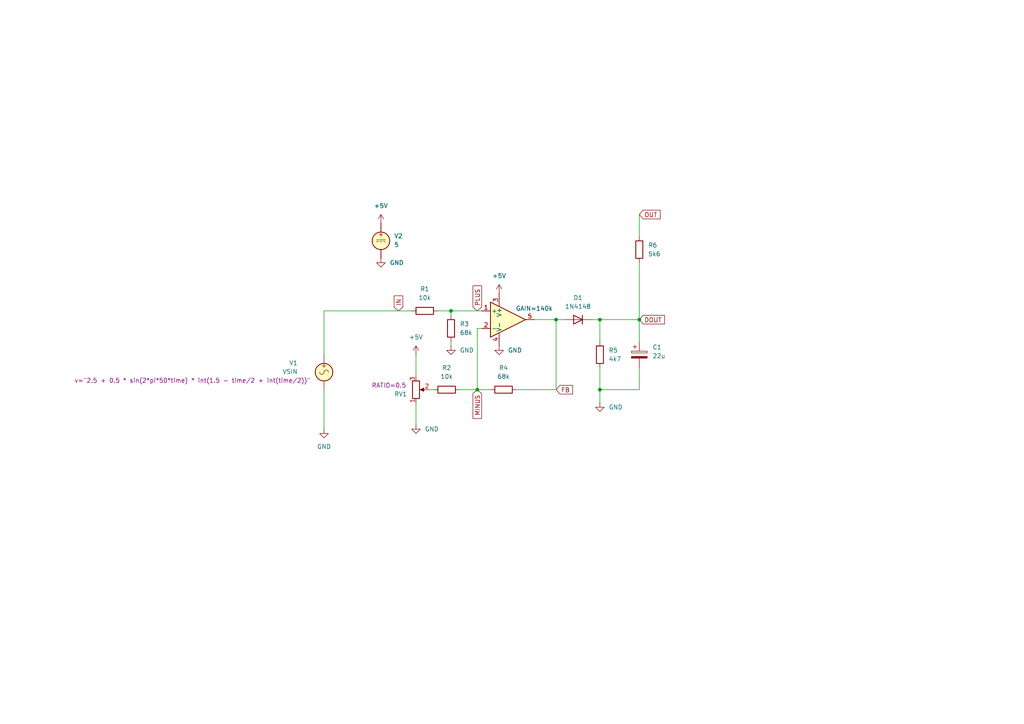
<source format=kicad_sch>
(kicad_sch (version 20250114) (generator "eeschema") (generator_version "9.0")
  (paper "A4")
  (lib_symbols
    (symbol "Device:C_Polarized" (pin_numbers (hide yes)) (pin_names (offset 0.254))
      (property "Reference" "C" (at 0.635 2.54 0))
      (property "Value" "C_Polarized" (at 0.635 -2.54 0))
      (symbol "C_Polarized_0_1"
        (rectangle (start -2.286 0.508) (end 2.286 1.016))
        (polyline (pts (xy -1.778 2.286) (xy -0.762 2.286)))
        (polyline (pts (xy -1.27 2.794) (xy -1.27 1.778)))
        (rectangle (start 2.286 -0.508) (end -2.286 -1.016) (fill (type outline)))
      )
      (symbol "C_Polarized_1_1"
        (pin passive line (at 0 3.81 270) (length 2.794) (name "~") (number "1"))
        (pin passive line (at 0 -3.81 90) (length 2.794) (name "~") (number "2"))
      )
    )
    (symbol "Device:D" (pin_numbers (hide yes)) (pin_names (offset 1.016) (hide yes))
      (property "Reference" "D" (at 0 2.54 0))
      (property "Value" "D" (at 0 -2.54 0))
      (symbol "D_0_1"
        (polyline (pts (xy -1.27 1.27) (xy -1.27 -1.27)) (stroke (width 0.254)))
        (polyline (pts (xy 1.27 1.27) (xy 1.27 -1.27) (xy -1.27 0) (xy 1.27 1.27)) (stroke (width 0.254)))
        (polyline (pts (xy 1.27 0) (xy -1.27 0)))
      )
      (symbol "D_1_1"
        (pin passive line (at -3.81 0 0) (length 2.54) (name "K") (number "1"))
        (pin passive line (at 3.81 0 180) (length 2.54) (name "A") (number "2"))
      )
    )
    (symbol "Device:R" (pin_numbers (hide yes)) (pin_names (offset 0))
      (property "Reference" "R" (at 2.032 0 90))
      (property "Value" "R" (at 0 0 90))
      (symbol "R_0_1"
        (rectangle (start -1.016 -2.54) (end 1.016 2.54) (stroke (width 0.254)))
      )
      (symbol "R_1_1"
        (pin passive line (at 0 3.81 270) (length 1.27) (name "~") (number "1"))
        (pin passive line (at 0 -3.81 90) (length 1.27) (name "~") (number "2"))
      )
    )
    (symbol "Device:R_Potentiometer" (pin_names (offset 1.016) (hide yes))
      (property "Reference" "RV" (at -4.445 0 90))
      (property "Value" "R_Potentiometer" (at -2.54 0 90))
      (symbol "R_Potentiometer_0_1"
        (rectangle (start 1.016 2.54) (end -1.016 -2.54) (stroke (width 0.254)))
        (polyline (pts (xy 1.143 0) (xy 2.286 0.508) (xy 2.286 -0.508) (xy 1.143 0)) (fill (type outline)))
        (polyline (pts (xy 2.54 0) (xy 1.524 0)))
      )
      (symbol "R_Potentiometer_1_1"
        (pin passive line (at 0 3.81 270) (length 1.27) (name "1") (number "1"))
        (pin passive line (at 0 -3.81 90) (length 1.27) (name "3") (number "3"))
        (pin passive line (at 3.81 0 180) (length 1.27) (name "2") (number "2"))
      )
    )
    (symbol "Simulation_SPICE:OPAMP" (pin_names (offset 0.254))
      (property "Reference" "U" (at 3.81 3.175 0))
      (property "Value" "${SIM.PARAMS}" (at 3.81 -3.175 0))
      (symbol "OPAMP_0_1"
        (polyline (pts (xy 5.08 0) (xy -5.08 5.08) (xy -5.08 -5.08) (xy 5.08 0)) (stroke (width 0.254)) (fill (type background)))
      )
      (symbol "OPAMP_1_1"
        (pin input line (at -7.62 2.54 0) (length 2.54) (name "+") (number "1"))
        (pin input line (at -7.62 -2.54 0) (length 2.54) (name "-") (number "2"))
        (pin power_in line (at -2.54 7.62 270) (length 3.81) (name "V+") (number "3"))
        (pin power_in line (at -2.54 -7.62 90) (length 3.81) (name "V-") (number "4"))
        (pin output line (at 7.62 0 180) (length 2.54) (name "~") (number "5"))
      )
    )
    (symbol "Simulation_SPICE:VDC" (pin_numbers (hide yes)) (pin_names (offset 0.0254))
      (property "Reference" "V" (at 2.54 2.54 0))
      (property "Value" "1" (at 2.54 0 0))
      (symbol "VDC_0_0"
        (polyline (pts (xy -1.27 0.254) (xy 1.27 0.254)))
        (polyline (pts (xy -0.762 -0.254) (xy -1.27 -0.254)))
        (polyline (pts (xy 0.254 -0.254) (xy -0.254 -0.254)))
        (polyline (pts (xy 1.27 -0.254) (xy 0.762 -0.254)))
        (text "+" (at 0 1.905 0) (effects (font (size 1.27 1.27))))
      )
      (symbol "VDC_0_1"
        (circle (center 0 0) (radius 2.54) (stroke (width 0.254)) (fill (type background)))
      )
      (symbol "VDC_1_1"
        (pin passive line (at 0 5.08 270) (length 2.54) (name "~") (number "1"))
        (pin passive line (at 0 -5.08 90) (length 2.54) (name "~") (number "2"))
      )
    )
    (symbol "Simulation_SPICE:VSIN" (pin_numbers (hide yes)) (pin_names (offset 0.0254))
      (property "Reference" "V" (at 2.54 2.54 0))
      (property "Value" "VSIN" (at 2.54 0 0))
      (property "Sim.Params" "dc=0 ampl=1 f=1k ac=1" (at 2.54 -2.54 0))
      (symbol "VSIN_0_0"
        (arc (start -1.27 0) (mid -0.635 0.6323) (end 0 0))
        (arc (start 1.27 0) (mid 0.635 -0.6323) (end 0 0))
        (text "+" (at 0 1.905 0) (effects (font (size 1.27 1.27))))
      )
      (symbol "VSIN_0_1"
        (circle (center 0 0) (radius 2.54) (stroke (width 0.254)) (fill (type background)))
      )
      (symbol "VSIN_1_1"
        (pin passive line (at 0 5.08 270) (length 2.54) (name "~") (number "1"))
        (pin passive line (at 0 -5.08 90) (length 2.54) (name "~") (number "2"))
      )
    )
    (symbol "power:+5V" (power) (pin_numbers (hide yes)) (pin_names (offset 0) (hide yes))
      (property "Value" "+5V" (at 0 3.556 0))
      (symbol "+5V_0_1"
        (polyline (pts (xy -0.762 1.27) (xy 0 2.54)))
        (polyline (pts (xy 0 2.54) (xy 0.762 1.27)))
        (polyline (pts (xy 0 0) (xy 0 2.54)))
      )
      (symbol "+5V_1_1"
        (pin power_in line (at 0 0 90) (length 0) (name "~") (number "1"))
      )
    )
    (symbol "power:GND" (power) (pin_numbers (hide yes)) (pin_names (offset 0) (hide yes))
      (property "Value" "GND" (at 0 -3.81 0))
      (symbol "GND_0_1"
        (polyline (pts (xy 0 0) (xy 0 -1.27) (xy 1.27 -1.27) (xy 0 -2.54) (xy -1.27 -1.27) (xy 0 -1.27)))
      )
      (symbol "GND_1_1"
        (pin power_in line (at 0 0 270) (length 0) (name "~") (number "1"))
      )
    )
  )
  (junction (at 173.99 92.71))
  (junction (at 130.81 90.17))
  (junction (at 173.99 113.03))
  (junction (at 185.42 92.71))
  (junction (at 138.43 113.03))
  (junction (at 161.29 92.71))
  (wire (pts (xy 173.99 116.84) (xy 173.99 113.03)))
  (wire (pts (xy 173.99 113.03) (xy 185.42 113.03)))
  (wire (pts (xy 120.65 102.87) (xy 120.65 109.22)))
  (wire (pts (xy 138.43 95.25) (xy 138.43 113.03)))
  (wire (pts (xy 120.65 116.84) (xy 120.65 123.19)))
  (wire (pts (xy 130.81 99.06) (xy 130.81 100.33)))
  (wire (pts (xy 149.86 113.03) (xy 161.29 113.03)))
  (wire (pts (xy 185.42 92.71) (xy 185.42 99.06)))
  (wire (pts (xy 138.43 113.03) (xy 142.24 113.03)))
  (wire (pts (xy 185.42 92.71) (xy 173.99 92.71)))
  (wire (pts (xy 138.43 95.25) (xy 139.7 95.25)))
  (wire (pts (xy 93.98 102.87) (xy 93.98 90.17)))
  (wire (pts (xy 130.81 90.17) (xy 130.81 91.44)))
  (wire (pts (xy 133.35 113.03) (xy 138.43 113.03)))
  (wire (pts (xy 173.99 106.68) (xy 173.99 113.03)))
  (wire (pts (xy 173.99 92.71) (xy 171.45 92.71)))
  (wire (pts (xy 130.81 90.17) (xy 139.7 90.17)))
  (wire (pts (xy 127 90.17) (xy 130.81 90.17)))
  (wire (pts (xy 124.46 113.03) (xy 125.73 113.03)))
  (wire (pts (xy 185.42 76.2) (xy 185.42 92.71)))
  (wire (pts (xy 185.42 68.58) (xy 185.42 62.23)))
  (wire (pts (xy 93.98 90.17) (xy 119.38 90.17)))
  (wire (pts (xy 173.99 92.71) (xy 173.99 99.06)))
  (wire (pts (xy 154.94 92.71) (xy 161.29 92.71)))
  (wire (pts (xy 161.29 92.71) (xy 163.83 92.71)))
  (wire (pts (xy 161.29 92.71) (xy 161.29 113.03)))
  (wire (pts (xy 185.42 113.03) (xy 185.42 106.68)))
  (wire (pts (xy 93.98 113.03) (xy 93.98 124.46)))
  (global_label "DOUT" (shape input) (at 185.42 92.71 0) (property "Intersheetrefs" "${INTERSHEET_REFS}" (effects (hide yes))))
  (global_label "MINUS" (shape input) (at 138.43 113.03 270) (property "Intersheetrefs" "${INTERSHEET_REFS}" (effects (hide yes))))
  (global_label "PLUS" (shape input) (at 138.43 90.17 90) (property "Intersheetrefs" "${INTERSHEET_REFS}" (effects (hide yes))))
  (global_label "OUT" (shape input) (at 185.42 62.23 0) (property "Intersheetrefs" "${INTERSHEET_REFS}" (effects (hide yes))))
  (global_label "IN" (shape input) (at 115.57 90.17 90) (property "Intersheetrefs" "${INTERSHEET_REFS}" (effects (hide yes))))
  (global_label "FB" (shape input) (at 161.29 113.03 0) (property "Intersheetrefs" "${INTERSHEET_REFS}" (effects (hide yes))))
  (symbol (lib_id "Simulation_SPICE:OPAMP") (at 147.32 92.71 0) (unit 1)
    (property "Reference" "U1" (effects (hide yes)))
    (property "Value" "${SIM.PARAMS}" (at 154.94 89.4649 0))
    (property "Datasheet" "https://ngspice.sourceforge.io/docs/ngspice-html-manual/manual.xhtml#sec__SUBCKT_Subcircuits" (effects (hide yes)))
    (property "Description" "Operational amplifier, single" (effects (hide yes)))
    (property "Sim.Pins" "1=in+ 2=in- 3=vcc 4=vee 5=out" (effects (hide yes)))
    (property "Sim.Device" "SUBCKT" (effects (hide yes)))
    (property "Sim.Library" "${KICAD9_SYMBOL_DIR}/Simulation_SPICE.sp" (effects (hide yes)))
    (property "Sim.Name" "kicad_builtin_opamp" (effects (hide yes)))
    (property "Sim.Params" "GAIN=140k" (effects (hide yes)))
  )
  (symbol (lib_id "power:+5V") (at 120.65 102.87 0) (unit 1)
    (property "Reference" "#PWR04" (effects (hide yes)))
    (property "Value" "+5V" (at 120.65 97.79 0))
    (property "Description" "Power symbol creates a global label with name \"+5V\"" (effects (hide yes)))
  )
  (symbol (lib_id "Device:R") (at 123.19 90.17 90) (unit 1)
    (property "Reference" "R1" (at 123.19 83.82 90))
    (property "Value" "10k" (at 123.19 86.36 90))
    (property "Footprint" "Resistor_THT:R_Axial_DIN0207_L6.3mm_D2.5mm_P7.62mm_Horizontal" (effects (hide yes)))
    (property "Description" "Resistor" (effects (hide yes)))
    (property "Sim.Device" "R" (effects (hide yes)))
    (property "Sim.Pins" "1=- 2=+" (effects (hide yes)))
  )
  (symbol (lib_id "Device:R") (at 173.99 102.87 0) (unit 1)
    (property "Reference" "R5" (at 176.53 101.5999 0) (effects (justify left)))
    (property "Value" "4k7" (at 176.53 104.1399 0) (effects (justify left)))
    (property "Footprint" "Resistor_THT:R_Axial_DIN0207_L6.3mm_D2.5mm_P7.62mm_Horizontal" (effects (hide yes)))
    (property "Description" "Resistor" (effects (hide yes)))
  )
  (symbol (lib_id "power:GND") (at 173.99 116.84 0) (unit 1)
    (property "Reference" "#PWR09" (effects (hide yes)))
    (property "Value" "GND" (at 176.53 118.1099 0) (effects (justify left)))
    (property "Description" "Power symbol creates a global label with name \"GND\" , ground" (effects (hide yes)))
  )
  (symbol (lib_id "Device:R") (at 129.54 113.03 270) (mirror x) (unit 1)
    (property "Reference" "R2" (at 129.54 106.68 90))
    (property "Value" "10k" (at 129.54 109.22 90))
    (property "Footprint" "Resistor_THT:R_Axial_DIN0207_L6.3mm_D2.5mm_P7.62mm_Horizontal" (effects (hide yes)))
    (property "Description" "Resistor" (effects (hide yes)))
    (property "Sim.Device" "R" (effects (hide yes)))
    (property "Sim.Pins" "1=- 2=+" (effects (hide yes)))
  )
  (symbol (lib_id "power:+5V") (at 110.49 64.77 0) (unit 1)
    (property "Reference" "#PWR02" (effects (hide yes)))
    (property "Value" "+5V" (at 110.49 59.69 0))
    (property "Description" "Power symbol creates a global label with name \"+5V\"" (effects (hide yes)))
  )
  (symbol (lib_id "Device:R") (at 130.81 95.25 0) (unit 1)
    (property "Reference" "R3" (at 133.35 93.9799 0) (effects (justify left)))
    (property "Value" "68k" (at 133.35 96.5199 0) (effects (justify left)))
    (property "Footprint" "Resistor_THT:R_Axial_DIN0207_L6.3mm_D2.5mm_P7.62mm_Horizontal" (effects (hide yes)))
    (property "Description" "Resistor" (effects (hide yes)))
    (property "Sim.Device" "R" (effects (hide yes)))
    (property "Sim.Pins" "1=- 2=+" (effects (hide yes)))
  )
  (symbol (lib_id "Simulation_SPICE:VDC") (at 110.49 69.85 0) (unit 1)
    (property "Reference" "V2" (at 114.3 68.4501 0) (effects (justify left)))
    (property "Value" "5" (at 114.3 70.9901 0) (effects (justify left)))
    (property "Datasheet" "https://ngspice.sourceforge.io/docs/ngspice-html-manual/manual.xhtml#sec_Independent_Sources_for" (effects (hide yes)))
    (property "Description" "Voltage source, DC" (effects (hide yes)))
    (property "Sim.Pins" "1=+ 2=-" (effects (hide yes)))
    (property "Sim.Type" "DC" (effects (hide yes)))
    (property "Sim.Device" "V" (effects (hide yes)))
  )
  (symbol (lib_id "power:GND") (at 110.49 74.93 0) (unit 1)
    (property "Reference" "#PWR03" (effects (hide yes)))
    (property "Value" "GND" (at 113.03 76.1999 0) (effects (justify left)))
    (property "Description" "Power symbol creates a global label with name \"GND\" , ground" (effects (hide yes)))
  )
  (symbol (lib_id "power:GND") (at 93.98 124.46 0) (unit 1)
    (property "Reference" "#PWR01" (effects (hide yes)))
    (property "Value" "GND" (at 93.98 129.54 0))
    (property "Description" "Power symbol creates a global label with name \"GND\" , ground" (effects (hide yes)))
  )
  (symbol (lib_id "power:GND") (at 120.65 123.19 0) (unit 1)
    (property "Reference" "#PWR05" (effects (hide yes)))
    (property "Value" "GND" (at 123.19 124.4599 0) (effects (justify left)))
    (property "Description" "Power symbol creates a global label with name \"GND\" , ground" (effects (hide yes)))
  )
  (symbol (lib_id "power:GND") (at 144.78 100.33 0) (unit 1)
    (property "Reference" "#PWR08" (effects (hide yes)))
    (property "Value" "GND" (at 147.32 101.5999 0) (effects (justify left)))
    (property "Description" "Power symbol creates a global label with name \"GND\" , ground" (effects (hide yes)))
  )
  (symbol (lib_id "Device:R") (at 185.42 72.39 0) (unit 1)
    (property "Reference" "R6" (at 187.96 71.1199 0) (effects (justify left)))
    (property "Value" "5k6" (at 187.96 73.6599 0) (effects (justify left)))
    (property "Description" "Resistor" (effects (hide yes)))
  )
  (symbol (lib_id "Device:R_Potentiometer") (at 120.65 113.03 0) (mirror x) (unit 1)
    (property "Reference" "RV1" (at 118.11 114.3001 0) (effects (justify right)))
    (property "Value" "R_Potentiometer" (effects (hide yes)))
    (property "Footprint" "Potentiometer_THT:Potentiometer_Runtron_RM-065_Vertical" (effects (hide yes)))
    (property "Description" "Potentiometer" (effects (hide yes)))
    (property "Sim.Library" "rpot.sp" (effects (hide yes)))
    (property "Sim.Name" "RPOT" (effects (hide yes)))
    (property "Sim.Device" "SUBCKT" (effects (hide yes)))
    (property "Sim.Pins" "1=1 2=2 3=3" (effects (hide yes)))
    (property "Sim.Params" "RATIO=0.5" (at 117.856 111.76 0) (effects (justify right)))
  )
  (symbol (lib_id "Device:D") (at 167.64 92.71 0) (mirror y) (unit 1)
    (property "Reference" "D1" (at 167.64 86.36 0))
    (property "Value" "1N4148" (at 167.64 88.9 0))
    (property "Footprint" "Diode_THT:D_DO-35_SOD27_P7.62mm_Horizontal" (effects (hide yes)))
    (property "Description" "Diode" (effects (hide yes)))
    (property "Sim.Device" "D" (effects (hide yes)))
    (property "Sim.Pins" "1=K 2=A" (effects (hide yes)))
  )
  (symbol (lib_id "Device:C_Polarized") (at 185.42 102.87 0) (unit 1)
    (property "Reference" "C1" (at 189.23 100.7109 0) (effects (justify left)))
    (property "Value" "22u" (at 189.23 103.2509 0) (effects (justify left)))
    (property "Footprint" "Capacitor_THT:CP_Radial_Tantal_D4.5mm_P2.50mm" (effects (hide yes)))
    (property "Description" "Polarized capacitor" (effects (hide yes)))
    (property "Sim.Device" "C" (effects (hide yes)))
    (property "Sim.Pins" "1=- 2=+" (effects (hide yes)))
  )
  (symbol (lib_id "Device:R") (at 146.05 113.03 270) (mirror x) (unit 1)
    (property "Reference" "R4" (at 146.05 106.68 90))
    (property "Value" "68k" (at 146.05 109.22 90))
    (property "Footprint" "Resistor_THT:R_Axial_DIN0207_L6.3mm_D2.5mm_P7.62mm_Horizontal" (effects (hide yes)))
    (property "Description" "Resistor" (effects (hide yes)))
    (property "Sim.Device" "R" (effects (hide yes)))
    (property "Sim.Pins" "1=- 2=+" (effects (hide yes)))
  )
  (symbol (lib_id "power:GND") (at 130.81 100.33 0) (unit 1)
    (property "Reference" "#PWR06" (effects (hide yes)))
    (property "Value" "GND" (at 133.35 101.5999 0) (effects (justify left)))
    (property "Description" "Power symbol creates a global label with name \"GND\" , ground" (effects (hide yes)))
  )
  (symbol (lib_id "power:+5V") (at 144.78 85.09 0) (unit 1)
    (property "Reference" "#PWR07" (effects (hide yes)))
    (property "Value" "+5V" (at 144.78 80.01 0))
    (property "Description" "Power symbol creates a global label with name \"+5V\"" (effects (hide yes)))
  )
  (symbol (lib_id "Simulation_SPICE:VSIN") (at 93.98 107.95 0) (mirror y) (unit 1)
    (property "Reference" "V1" (at 86.36 105.2801 0) (effects (justify left)))
    (property "Value" "VSIN" (at 86.36 107.8201 0) (effects (justify left)))
    (property "Datasheet" "https://ngspice.sourceforge.io/docs/ngspice-html-manual/manual.xhtml#sec_Independent_Sources_for" (effects (hide yes)))
    (property "Description" "Voltage source, sinusoidal" (effects (hide yes)))
    (property "Sim.Pins" "1=+ 2=-" (effects (hide yes)))
    (property "Sim.Params" "v=\"2.5 + 0.5 * sin(2*pi*50*time) * int(1.5 - time/2 + int(time/2))\"" (at 90.17 110.3601 0) (effects (justify left)))
    (property "Sim.Type" "=" (effects (hide yes)))
    (property "Sim.Device" "V" (effects (hide yes)))
  )
)
</source>
